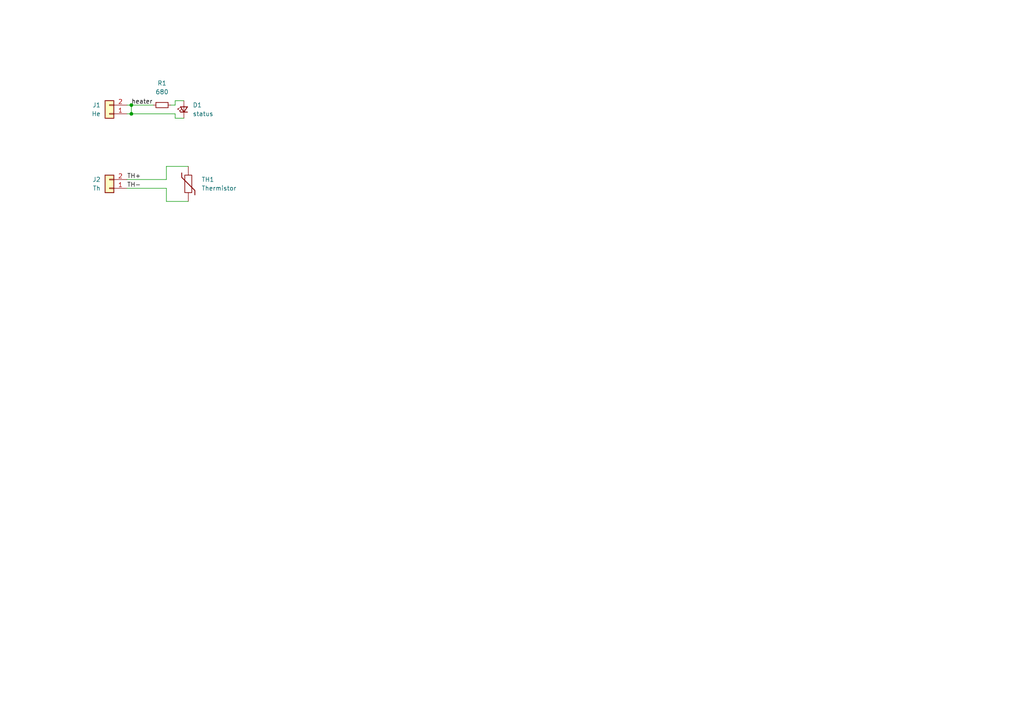
<source format=kicad_sch>
(kicad_sch (version 20230121) (generator eeschema)
  (paper "A4")
  (lib_symbols
    (symbol "Connector_Generic:Conn_01x02" (pin_names (offset 1.016) hide)
      (property "Reference" "J" (at 0 2.54 0))
      (property "Value" "Conn_01x02" (at 0 -5.08 0))
      (symbol "Conn_01x02_1_1"
        (rectangle (start -1.27 -2.413) (end 0 -2.667) (stroke (width 0.1524)))
        (rectangle (start -1.27 0.127) (end 0 -0.127) (stroke (width 0.1524)))
        (rectangle (start -1.27 1.27) (end 1.27 -3.81) (stroke (width 0.254)) (fill (type background)))
        (pin passive line (at -5.08 0 0) (length 3.81) (name "Pin_1") (number "1"))
        (pin passive line (at -5.08 -2.54 0) (length 3.81) (name "Pin_2") (number "2"))
      )
    )
    (symbol "Device:LED_Small" (pin_numbers hide) (pin_names (offset 0.254) hide)
      (property "Reference" "D" (at -1.27 3.175 0))
      (property "Value" "LED_Small" (at -4.445 -2.54 0))
      (symbol "LED_Small_0_1"
        (polyline (pts (xy -0.762 -1.016) (xy -0.762 1.016)) (stroke (width 0.254)))
        (polyline (pts (xy 1.016 0) (xy -0.762 0)))
        (polyline (pts (xy 0.762 -1.016) (xy -0.762 0) (xy 0.762 1.016) (xy 0.762 -1.016)) (stroke (width 0.254)))
        (polyline (pts (xy 0 0.762) (xy -0.508 1.27) (xy -0.254 1.27) (xy -0.508 1.27) (xy -0.508 1.016)))
        (polyline (pts (xy 0.508 1.27) (xy 0 1.778) (xy 0.254 1.778) (xy 0 1.778) (xy 0 1.524)))
      )
      (symbol "LED_Small_1_1"
        (pin passive line (at -2.54 0 0) (length 1.778) (name "K") (number "1"))
        (pin passive line (at 2.54 0 180) (length 1.778) (name "A") (number "2"))
      )
    )
    (symbol "Device:R_Small" (pin_numbers hide) (pin_names (offset 0.254) hide)
      (property "Reference" "R" (at 0.762 0.508 0))
      (property "Value" "R_Small" (at 0.762 -1.016 0))
      (symbol "R_Small_0_1"
        (rectangle (start -0.762 1.778) (end 0.762 -1.778) (stroke (width 0.2032)))
      )
      (symbol "R_Small_1_1"
        (pin passive line (at 0 2.54 270) (length 0.762) (name "~") (number "1"))
        (pin passive line (at 0 -2.54 90) (length 0.762) (name "~") (number "2"))
      )
    )
    (symbol "Device:Thermistor" (pin_numbers hide) (pin_names (offset 0))
      (property "Reference" "TH" (at 2.54 1.27 90))
      (property "Value" "Thermistor" (at -2.54 0 90))
      (symbol "Thermistor_0_1"
        (rectangle (start -1.016 2.54) (end 1.016 -2.54) (stroke (width 0.2032)))
        (polyline (pts (xy -1.905 3.175) (xy -1.905 1.905) (xy 1.905 -1.905) (xy 1.905 -3.175) (xy 1.905 -3.175)) (stroke (width 0.254)))
      )
      (symbol "Thermistor_1_1"
        (pin passive line (at 0 5.08 270) (length 2.54) (name "~") (number "1"))
        (pin passive line (at 0 -5.08 90) (length 2.54) (name "~") (number "2"))
      )
    )
  )
  (junction (at 38.1 33.02))
  (junction (at 38.1 30.48))
  (wire (pts (xy 36.83 54.61) (xy 48.26 54.61)))
  (wire (pts (xy 48.26 54.61) (xy 48.26 58.42)))
  (wire (pts (xy 48.26 58.42) (xy 54.61 58.42)))
  (wire (pts (xy 48.26 48.26) (xy 48.26 52.07)))
  (wire (pts (xy 48.26 52.07) (xy 36.83 52.07)))
  (wire (pts (xy 54.61 48.26) (xy 48.26 48.26)))
  (wire (pts (xy 38.1 30.48) (xy 44.45 30.48)))
  (wire (pts (xy 49.53 30.48) (xy 50.8 30.48)))
  (wire (pts (xy 50.8 29.21) (xy 53.34 29.21)))
  (wire (pts (xy 50.8 30.48) (xy 50.8 29.21)))
  (wire (pts (xy 50.8 33.02) (xy 38.1 33.02)))
  (wire (pts (xy 50.8 34.29) (xy 50.8 33.02)))
  (wire (pts (xy 53.34 34.29) (xy 50.8 34.29)))
  (wire (pts (xy 38.1 30.48) (xy 38.1 33.02)))
  (wire (pts (xy 38.1 33.02) (xy 36.83 33.02)))
  (wire (pts (xy 36.83 30.48) (xy 38.1 30.48)))
  (label "TH-" (at 36.83 54.61 0))
  (label "TH+" (at 36.83 52.07 0))
  (label "heater" (at 38.1 30.48 0))
  (symbol (lib_id "Connector_Generic:Conn_01x02") (at 31.75 54.61 180) (unit 1)
    (property "Reference" "J2" (at 29.21 52.0699 0) (effects (justify left)))
    (property "Value" "Th" (at 29.21 54.6099 0) (effects (justify left)))
    (property "Footprint" "Connector_JST:JST_XH_S2B-XH-A_1x02_P2.50mm_Horizontal" (effects hide))
  )
  (symbol (lib_id "Connector_Generic:Conn_01x02") (at 31.75 33.02 180) (unit 1)
    (property "Reference" "J1" (at 29.21 30.4799 0) (effects (justify left)))
    (property "Value" "He" (at 29.21 33.0199 0) (effects (justify left)))
    (property "Footprint" "Connector_AMASS:AMASS_XT30PW-M_1x02_P2.50mm_Horizontal" (effects hide))
  )
  (symbol (lib_id "Device:Thermistor") (at 54.61 53.34 0) (unit 1)
    (property "Reference" "TH1" (at 58.42 52.0699 0) (effects (justify left)))
    (property "Value" "Thermistor" (at 58.42 54.6099 0) (effects (justify left)))
    (property "Footprint" "Resistor_SMD:R_0603_1608Metric_Pad0.98x0.95mm_HandSolder" (effects hide))
  )
  (symbol (lib_id "Device:R_Small") (at 46.99 30.48 90) (unit 1)
    (property "Reference" "R1" (at 46.99 24.13 90))
    (property "Value" "680" (at 46.99 26.67 90))
    (property "Footprint" "Resistor_SMD:R_0603_1608Metric_Pad0.98x0.95mm_HandSolder" (effects hide))
  )
  (symbol (lib_id "Device:LED_Small") (at 53.34 31.75 90) (unit 1)
    (property "Reference" "D1" (at 55.88 30.4799 90) (effects (justify right)))
    (property "Value" "status" (at 55.88 33.0199 90) (effects (justify right)))
    (property "Footprint" "LED_SMD:LED_0603_1608Metric_Pad1.05x0.95mm_HandSolder" (effects hide))
  )
)
</source>
